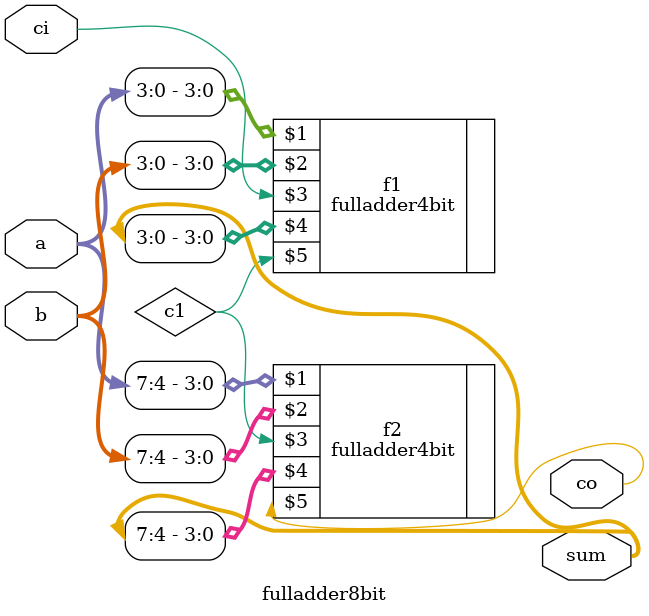
<source format=v>
`include "fulladder4bit.v"

module fulladder8bit(a,b,ci,sum,co);

input [7:0] a,b;
input ci;
output  [7:0] sum;
output co;

wire c1;

fulladder4bit f1(a[3:0],b[3:0],ci,sum[3:0],c1);
fulladder4bit f2(a[7:4],b[7:4],c1,sum[7:4],co);


endmodule

</source>
